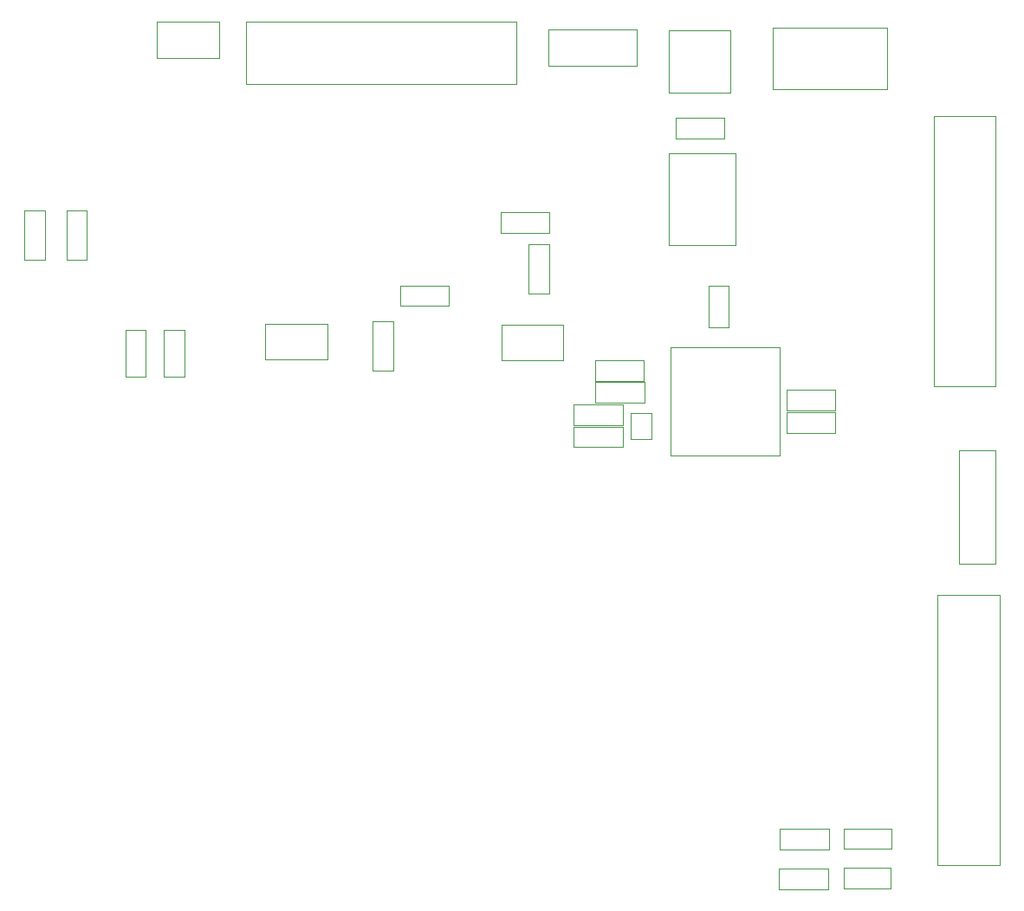
<source format=gbr>
G04 #@! TF.FileFunction,Other,User*
%FSLAX46Y46*%
G04 Gerber Fmt 4.6, Leading zero omitted, Abs format (unit mm)*
G04 Created by KiCad (PCBNEW 4.0.6) date 10/03/17 08:50:29*
%MOMM*%
%LPD*%
G01*
G04 APERTURE LIST*
%ADD10C,0.100000*%
%ADD11C,0.050000*%
G04 APERTURE END LIST*
D10*
D11*
X99000000Y-52890000D02*
X99000000Y-57490000D01*
X97000000Y-52890000D02*
X97000000Y-57490000D01*
X99000000Y-52890000D02*
X97000000Y-52890000D01*
X99000000Y-57490000D02*
X97000000Y-57490000D01*
X95220000Y-52870000D02*
X95220000Y-57470000D01*
X93220000Y-52870000D02*
X93220000Y-57470000D01*
X95220000Y-52870000D02*
X93220000Y-52870000D01*
X95220000Y-57470000D02*
X93220000Y-57470000D01*
X85380000Y-41240000D02*
X85380000Y-46040000D01*
X83380000Y-41240000D02*
X83380000Y-46040000D01*
X85380000Y-41240000D02*
X83380000Y-41240000D01*
X85380000Y-46040000D02*
X83380000Y-46040000D01*
X87450000Y-46050000D02*
X87450000Y-41250000D01*
X89450000Y-46050000D02*
X89450000Y-41250000D01*
X87450000Y-46050000D02*
X89450000Y-46050000D01*
X87450000Y-41250000D02*
X89450000Y-41250000D01*
X146540000Y-54620000D02*
X146540000Y-65220000D01*
X157140000Y-54620000D02*
X157140000Y-65220000D01*
X146540000Y-54620000D02*
X157140000Y-54620000D01*
X146540000Y-65220000D02*
X157140000Y-65220000D01*
X117380000Y-56860000D02*
X117380000Y-52060000D01*
X119380000Y-56860000D02*
X119380000Y-52060000D01*
X117380000Y-56860000D02*
X119380000Y-56860000D01*
X117380000Y-52060000D02*
X119380000Y-52060000D01*
X124850000Y-50560000D02*
X120050000Y-50560000D01*
X124850000Y-48560000D02*
X120050000Y-48560000D01*
X124850000Y-50560000D02*
X124850000Y-48560000D01*
X120050000Y-50560000D02*
X120050000Y-48560000D01*
X157090000Y-105570000D02*
X161890000Y-105570000D01*
X157090000Y-107570000D02*
X161890000Y-107570000D01*
X157090000Y-105570000D02*
X157090000Y-107570000D01*
X161890000Y-105570000D02*
X161890000Y-107570000D01*
X161960000Y-103680000D02*
X157160000Y-103680000D01*
X161960000Y-101680000D02*
X157160000Y-101680000D01*
X161960000Y-103680000D02*
X161960000Y-101680000D01*
X157160000Y-103680000D02*
X157160000Y-101680000D01*
X157810000Y-60940000D02*
X162610000Y-60940000D01*
X157810000Y-62940000D02*
X162610000Y-62940000D01*
X157810000Y-60940000D02*
X157810000Y-62940000D01*
X162610000Y-60940000D02*
X162610000Y-62940000D01*
X143930000Y-60010000D02*
X139130000Y-60010000D01*
X143930000Y-58010000D02*
X139130000Y-58010000D01*
X143930000Y-60010000D02*
X143930000Y-58010000D01*
X139130000Y-60010000D02*
X139130000Y-58010000D01*
X143910000Y-57900000D02*
X139110000Y-57900000D01*
X143910000Y-55900000D02*
X139110000Y-55900000D01*
X143910000Y-57900000D02*
X143910000Y-55900000D01*
X139110000Y-57900000D02*
X139110000Y-55900000D01*
X106900000Y-52280000D02*
X106900000Y-55780000D01*
X112950000Y-52280000D02*
X112950000Y-55780000D01*
X106900000Y-52280000D02*
X112950000Y-52280000D01*
X106900000Y-55780000D02*
X112950000Y-55780000D01*
X129980000Y-52380000D02*
X129980000Y-55880000D01*
X136030000Y-52380000D02*
X136030000Y-55880000D01*
X129980000Y-52380000D02*
X136030000Y-52380000D01*
X129980000Y-55880000D02*
X136030000Y-55880000D01*
X141820000Y-62180000D02*
X137020000Y-62180000D01*
X141820000Y-60180000D02*
X137020000Y-60180000D01*
X141820000Y-62180000D02*
X141820000Y-60180000D01*
X137020000Y-62180000D02*
X137020000Y-60180000D01*
X141820000Y-64360000D02*
X137020000Y-64360000D01*
X141820000Y-62360000D02*
X137020000Y-62360000D01*
X141820000Y-64360000D02*
X141820000Y-62360000D01*
X137020000Y-64360000D02*
X137020000Y-62360000D01*
X134610000Y-44510000D02*
X134610000Y-49310000D01*
X132610000Y-44510000D02*
X132610000Y-49310000D01*
X134610000Y-44510000D02*
X132610000Y-44510000D01*
X134610000Y-49310000D02*
X132610000Y-49310000D01*
X129880000Y-41410000D02*
X134680000Y-41410000D01*
X129880000Y-43410000D02*
X134680000Y-43410000D01*
X129880000Y-41410000D02*
X129880000Y-43410000D01*
X134680000Y-41410000D02*
X134680000Y-43410000D01*
X172240000Y-58390000D02*
X178290000Y-58390000D01*
X172240000Y-31990000D02*
X178290000Y-31990000D01*
X172240000Y-58390000D02*
X172240000Y-31990000D01*
X178290000Y-58390000D02*
X178290000Y-31990000D01*
X178660000Y-78790000D02*
X172610000Y-78790000D01*
X178660000Y-105190000D02*
X172610000Y-105190000D01*
X178660000Y-78790000D02*
X178660000Y-105190000D01*
X172610000Y-78790000D02*
X172610000Y-105190000D01*
X105040000Y-22780000D02*
X105040000Y-28830000D01*
X131440000Y-22780000D02*
X131440000Y-28830000D01*
X105040000Y-22780000D02*
X131440000Y-22780000D01*
X105040000Y-28830000D02*
X131440000Y-28830000D01*
X174720000Y-75800000D02*
X178220000Y-75800000D01*
X174720000Y-64650000D02*
X178220000Y-64650000D01*
X174720000Y-75800000D02*
X174720000Y-64650000D01*
X178220000Y-75800000D02*
X178220000Y-64650000D01*
X156490000Y-23320000D02*
X156490000Y-29370000D01*
X167640000Y-23320000D02*
X167640000Y-29370000D01*
X156490000Y-23320000D02*
X167640000Y-23320000D01*
X156490000Y-29370000D02*
X167640000Y-29370000D01*
X144620000Y-61040000D02*
X142620000Y-61040000D01*
X142620000Y-61040000D02*
X142620000Y-63540000D01*
X144620000Y-63540000D02*
X142620000Y-63540000D01*
X144620000Y-63540000D02*
X144620000Y-61040000D01*
D10*
X152200000Y-48620000D02*
X152200000Y-52620000D01*
X150200000Y-48620000D02*
X150200000Y-52620000D01*
X152200000Y-48620000D02*
X150200000Y-48620000D01*
X152200000Y-52620000D02*
X150200000Y-52620000D01*
D11*
X146330000Y-44620000D02*
X146330000Y-35620000D01*
X146330000Y-35620000D02*
X152830000Y-35620000D01*
X152830000Y-35620000D02*
X152830000Y-44620000D01*
X152830000Y-44620000D02*
X146330000Y-44620000D01*
X134600000Y-27060000D02*
X143200000Y-27060000D01*
X134600000Y-23560000D02*
X143200000Y-23560000D01*
X134600000Y-27060000D02*
X134600000Y-23560000D01*
X143200000Y-27060000D02*
X143200000Y-23560000D01*
X102380000Y-26290000D02*
X102380000Y-22790000D01*
X96330000Y-26290000D02*
X96330000Y-22790000D01*
X102380000Y-26290000D02*
X96330000Y-26290000D01*
X102380000Y-22790000D02*
X96330000Y-22790000D01*
X168070000Y-103640000D02*
X163470000Y-103640000D01*
X168070000Y-101640000D02*
X163470000Y-101640000D01*
X168070000Y-103640000D02*
X168070000Y-101640000D01*
X163470000Y-103640000D02*
X163470000Y-101640000D01*
X168000000Y-107490000D02*
X163400000Y-107490000D01*
X168000000Y-105490000D02*
X163400000Y-105490000D01*
X168000000Y-107490000D02*
X168000000Y-105490000D01*
X163400000Y-107490000D02*
X163400000Y-105490000D01*
X151790000Y-34190000D02*
X146990000Y-34190000D01*
X151790000Y-32190000D02*
X146990000Y-32190000D01*
X151790000Y-34190000D02*
X151790000Y-32190000D01*
X146990000Y-34190000D02*
X146990000Y-32190000D01*
X146330000Y-23650000D02*
X146330000Y-29700000D01*
X152380000Y-23650000D02*
X152380000Y-29700000D01*
X146330000Y-23650000D02*
X152380000Y-23650000D01*
X146330000Y-29700000D02*
X152380000Y-29700000D01*
X162630000Y-60740000D02*
X157830000Y-60740000D01*
X162630000Y-58740000D02*
X157830000Y-58740000D01*
X162630000Y-60740000D02*
X162630000Y-58740000D01*
X157830000Y-60740000D02*
X157830000Y-58740000D01*
M02*

</source>
